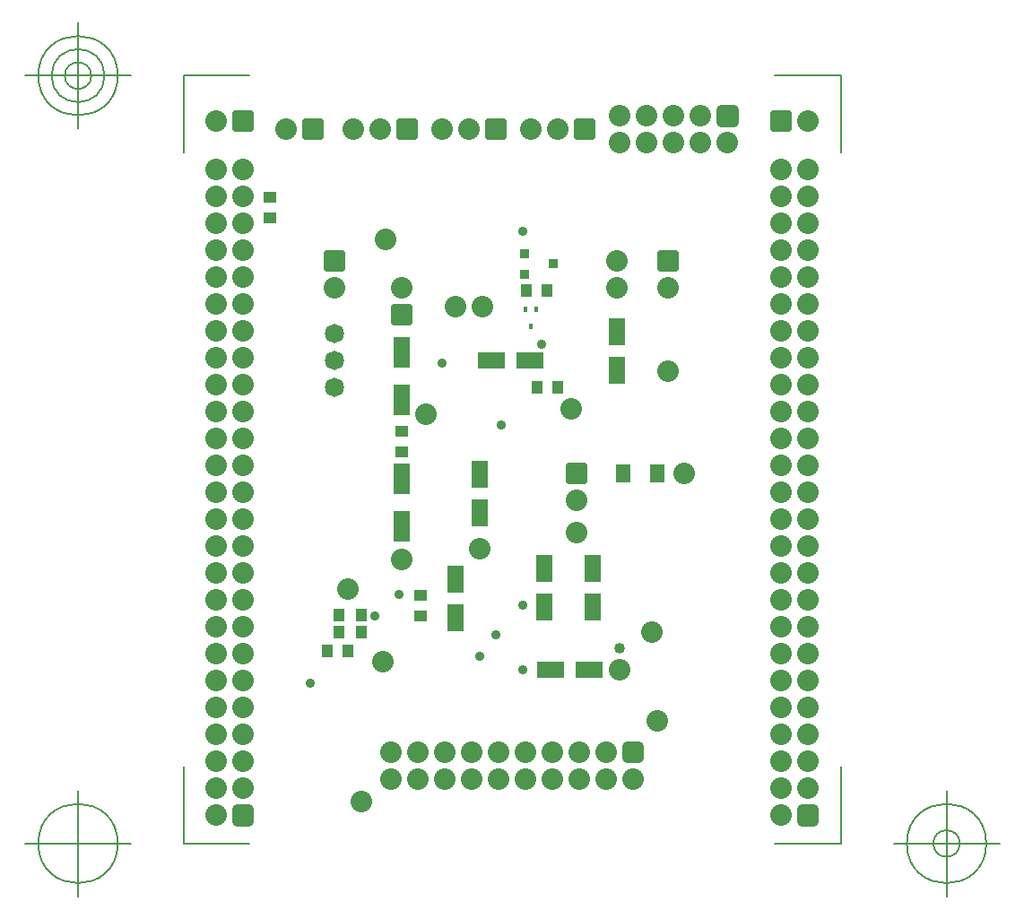
<source format=gbr>
G04 Generated by Ultiboard 13.0 *
%FSLAX25Y25*%
%MOIN*%

%ADD10C,0.00001*%
%ADD11C,0.00500*%
%ADD12C,0.08000*%
%ADD13C,0.03500*%
%ADD14R,0.06000X0.06000*%
%ADD15C,0.02000*%
%ADD16R,0.01402X0.02283*%
%ADD17R,0.03543X0.03543*%
%ADD18C,0.04000*%
%ADD19R,0.06496X0.10433*%
%ADD20R,0.10433X0.06496*%
%ADD21R,0.04331X0.04724*%
%ADD22R,0.05500X0.07100*%
%ADD23R,0.04000X0.05000*%
%ADD24R,0.05000X0.04000*%
%ADD25R,0.04083X0.04083*%
%ADD26C,0.03917*%
%ADD27R,0.06299X0.11811*%
%ADD28C,0.07166*%


G04 ColorRGB FF00CC for the following layer *
%LNSolder Mask Top*%
%LPD*%
G54D10*
G54D11*
X205000Y45535D02*
X205000Y74082D01*
X205000Y45535D02*
X229413Y45535D01*
X449126Y45535D02*
X424713Y45535D01*
X449126Y45535D02*
X449126Y74082D01*
X449126Y331000D02*
X449126Y302454D01*
X449126Y331000D02*
X424713Y331000D01*
X205000Y331000D02*
X229413Y331000D01*
X205000Y331000D02*
X205000Y302454D01*
X185315Y45535D02*
X145945Y45535D01*
X165630Y25850D02*
X165630Y65220D01*
X150866Y45535D02*
G75*
D01*
G02X150866Y45535I14764J0*
G01*
X468811Y45535D02*
X508181Y45535D01*
X488496Y25850D02*
X488496Y65220D01*
X473732Y45535D02*
G75*
D01*
G02X473732Y45535I14764J0*
G01*
X483575Y45535D02*
G75*
D01*
G02X483575Y45535I4921J0*
G01*
X185315Y331000D02*
X145945Y331000D01*
X165630Y311315D02*
X165630Y350685D01*
X150866Y331000D02*
G75*
D01*
G02X150866Y331000I14764J0*
G01*
X155787Y331000D02*
G75*
D01*
G02X155787Y331000I9843J0*
G01*
X160709Y331000D02*
G75*
D01*
G02X160709Y331000I4921J0*
G01*
G54D12*
X391000Y183000D03*
X295000Y205000D03*
X349000Y207000D03*
X306000Y245000D03*
X316000Y245000D03*
X366000Y252000D03*
X366000Y262000D03*
X315000Y155000D03*
X217000Y314000D03*
X385000Y221000D03*
X243000Y311000D03*
X261000Y252000D03*
X385000Y252000D03*
X278000Y311000D03*
X268000Y311000D03*
X351000Y173000D03*
X311000Y311000D03*
X301000Y311000D03*
X344000Y311000D03*
X334000Y311000D03*
X381000Y91000D03*
X367000Y110000D03*
X379000Y124000D03*
X351000Y161000D03*
X279000Y113000D03*
X266000Y140000D03*
X342000Y79400D03*
X352000Y79400D03*
X362000Y79400D03*
X322000Y79400D03*
X332000Y79400D03*
X312000Y79400D03*
X372000Y69400D03*
X342000Y69400D03*
X352000Y69400D03*
X362000Y69400D03*
X322000Y69400D03*
X332000Y69400D03*
X312000Y69400D03*
X292000Y79400D03*
X302000Y79400D03*
X282000Y79400D03*
X292000Y69400D03*
X302000Y69400D03*
X282000Y69400D03*
X387100Y306000D03*
X387100Y316000D03*
X407100Y306000D03*
X397100Y306000D03*
X397100Y316000D03*
X367100Y316000D03*
X367100Y306000D03*
X377100Y306000D03*
X377100Y316000D03*
X227000Y146000D03*
X217000Y146000D03*
X227000Y86000D03*
X217000Y86000D03*
X227000Y66000D03*
X227000Y76000D03*
X217000Y56000D03*
X217000Y66000D03*
X217000Y76000D03*
X227000Y116000D03*
X227000Y96000D03*
X227000Y106000D03*
X227000Y126000D03*
X227000Y136000D03*
X217000Y116000D03*
X217000Y106000D03*
X217000Y96000D03*
X217000Y136000D03*
X217000Y126000D03*
X227000Y276000D03*
X217000Y276000D03*
X227000Y216000D03*
X217000Y216000D03*
X227000Y206000D03*
X227000Y176000D03*
X227000Y156000D03*
X227000Y166000D03*
X227000Y196000D03*
X227000Y186000D03*
X217000Y166000D03*
X217000Y156000D03*
X217000Y176000D03*
X217000Y196000D03*
X217000Y186000D03*
X217000Y206000D03*
X227000Y236000D03*
X227000Y226000D03*
X227000Y256000D03*
X227000Y246000D03*
X227000Y266000D03*
X217000Y246000D03*
X217000Y226000D03*
X217000Y236000D03*
X217000Y256000D03*
X217000Y266000D03*
X227000Y286000D03*
X227000Y296000D03*
X217000Y286000D03*
X217000Y296000D03*
X427000Y56000D03*
X427000Y66000D03*
X437000Y66000D03*
X427000Y76000D03*
X437000Y76000D03*
X427000Y86000D03*
X437000Y86000D03*
X427000Y96000D03*
X437000Y96000D03*
X437000Y146000D03*
X427000Y146000D03*
X437000Y116000D03*
X437000Y106000D03*
X437000Y126000D03*
X437000Y136000D03*
X427000Y116000D03*
X427000Y106000D03*
X427000Y136000D03*
X427000Y126000D03*
X437000Y276000D03*
X427000Y276000D03*
X437000Y216000D03*
X427000Y216000D03*
X437000Y206000D03*
X437000Y176000D03*
X437000Y156000D03*
X437000Y166000D03*
X437000Y196000D03*
X437000Y186000D03*
X427000Y166000D03*
X427000Y156000D03*
X427000Y176000D03*
X427000Y196000D03*
X427000Y186000D03*
X427000Y206000D03*
X437000Y236000D03*
X437000Y226000D03*
X437000Y256000D03*
X437000Y246000D03*
X437000Y266000D03*
X427000Y246000D03*
X427000Y226000D03*
X427000Y236000D03*
X427000Y256000D03*
X427000Y266000D03*
X437000Y286000D03*
X437000Y296000D03*
X427000Y286000D03*
X427000Y296000D03*
X437000Y314000D03*
X271000Y61000D03*
X280000Y270000D03*
X286000Y151000D03*
X286000Y252000D03*
G54D13*
X338000Y231000D03*
X331000Y273000D03*
X323000Y201000D03*
X276000Y130000D03*
X331000Y110000D03*
X285000Y138000D03*
X321000Y123000D03*
X315000Y115000D03*
X252000Y105000D03*
X331000Y134000D03*
X301000Y224000D03*
G54D14*
X227000Y314000D03*
X253000Y311000D03*
X261000Y262000D03*
X385000Y262000D03*
X288000Y311000D03*
X351000Y183000D03*
X321000Y311000D03*
X354000Y311000D03*
X427000Y314000D03*
X286000Y242000D03*
G54D15*
X224000Y311000D02*
X230000Y311000D01*
X230000Y317000D01*
X224000Y317000D01*
X224000Y311000D01*D02*
X250000Y308000D02*
X256000Y308000D01*
X256000Y314000D01*
X250000Y314000D01*
X250000Y308000D01*D02*
X258000Y259000D02*
X264000Y259000D01*
X264000Y265000D01*
X258000Y265000D01*
X258000Y259000D01*D02*
X382000Y259000D02*
X388000Y259000D01*
X388000Y265000D01*
X382000Y265000D01*
X382000Y259000D01*D02*
X285000Y308000D02*
X291000Y308000D01*
X291000Y314000D01*
X285000Y314000D01*
X285000Y308000D01*D02*
X348000Y180000D02*
X354000Y180000D01*
X354000Y186000D01*
X348000Y186000D01*
X348000Y180000D01*D02*
X318000Y308000D02*
X324000Y308000D01*
X324000Y314000D01*
X318000Y314000D01*
X318000Y308000D01*D02*
X351000Y308000D02*
X357000Y308000D01*
X357000Y314000D01*
X351000Y314000D01*
X351000Y308000D01*D02*
X424000Y311000D02*
X430000Y311000D01*
X430000Y317000D01*
X424000Y317000D01*
X424000Y311000D01*D02*
X283000Y239000D02*
X289000Y239000D01*
X289000Y245000D01*
X283000Y245000D01*
X283000Y239000D01*D02*
G54D16*
X335969Y244150D03*
X332031Y244150D03*
X334000Y237850D03*
G54D17*
X331685Y264740D03*
X342315Y261000D03*
X331685Y257260D03*
G54D18*
X367000Y118000D03*
G54D19*
X315000Y168300D03*
X315000Y182700D03*
X306000Y129300D03*
X306000Y143700D03*
X366000Y221300D03*
X366000Y235700D03*
X339000Y133300D03*
X339000Y147700D03*
X357000Y133300D03*
X357000Y147700D03*
G54D20*
X341300Y110000D03*
X355700Y110000D03*
X319300Y225000D03*
X333700Y225000D03*
G54D21*
X262544Y124027D03*
X270811Y124027D03*
X262544Y130326D03*
X270811Y130326D03*
G54D22*
X368200Y183000D03*
X380800Y183000D03*
G54D23*
X258200Y117000D03*
X265900Y117000D03*
X336200Y215000D03*
X343900Y215000D03*
X332200Y251000D03*
X339900Y251000D03*
G54D24*
X293000Y130200D03*
X293000Y137900D03*
X237000Y285800D03*
X237000Y278100D03*
X286000Y191100D03*
X286000Y198800D03*
G54D25*
X372000Y79400D03*
X407100Y316000D03*
X227000Y56000D03*
X437000Y56000D03*
G54D26*
X369959Y77359D02*
X374041Y77359D01*
X374041Y81441D01*
X369959Y81441D01*
X369959Y77359D01*D02*
X405059Y313959D02*
X409141Y313959D01*
X409141Y318041D01*
X405059Y318041D01*
X405059Y313959D01*D02*
X224959Y53959D02*
X229041Y53959D01*
X229041Y58041D01*
X224959Y58041D01*
X224959Y53959D01*D02*
X434959Y53959D02*
X439041Y53959D01*
X439041Y58041D01*
X434959Y58041D01*
X434959Y53959D01*D02*
G54D27*
X286000Y163542D03*
X286000Y181258D03*
X286000Y210542D03*
X286000Y228258D03*
G54D28*
X261000Y215000D03*
X261000Y235000D03*
X261000Y225000D03*

M02*

</source>
